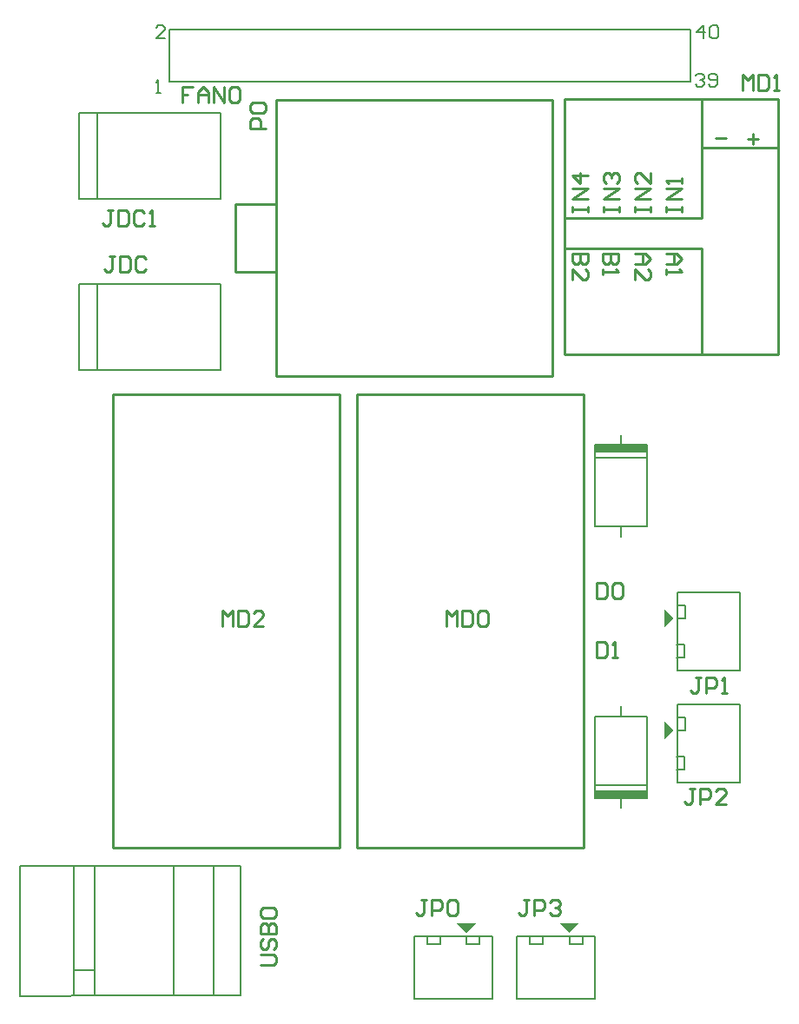
<source format=gto>
G04*
G04 #@! TF.GenerationSoftware,Altium Limited,Altium Designer,19.0.4 (130)*
G04*
G04 Layer_Color=65535*
%FSTAX24Y24*%
%MOIN*%
G70*
G01*
G75*
%ADD10C,0.0100*%
%ADD11C,0.0070*%
%ADD12C,0.0079*%
%ADD13C,0.0080*%
%ADD14R,0.2000X0.0300*%
G36*
X024555Y015295D02*
X023845D01*
X024195Y014945D01*
Y014935D01*
X024555Y015295D01*
D02*
G37*
G36*
X028506D02*
X027796D01*
X028146Y014945D01*
Y014935D01*
X028506Y015295D01*
D02*
G37*
G36*
X031799Y023055D02*
Y022345D01*
X032149Y022695D01*
X032159D01*
X031799Y023055D01*
D02*
G37*
G36*
Y027355D02*
Y026645D01*
X032149Y026995D01*
X032159D01*
X031799Y027355D01*
D02*
G37*
D10*
X027509Y04691D02*
X02751D01*
X027509Y03629D02*
X02751D01*
Y04691D01*
X01747Y03629D02*
X02751D01*
X01749Y04691D02*
X02751D01*
X016889Y03629D02*
X01747D01*
X016889Y04691D02*
X01749D01*
X016889Y03629D02*
Y04691D01*
X01535Y0403D02*
Y0416D01*
Y0429D01*
Y0403D02*
X016889D01*
X01535Y0429D02*
X016889D01*
X019999Y01818D02*
Y035582D01*
X0287D01*
Y01818D02*
Y035582D01*
X019999Y01818D02*
X0287D01*
X010649D02*
X01935D01*
Y035582D01*
X010649D02*
X01935D01*
X010649Y01818D02*
Y035582D01*
X033236Y037114D02*
Y041184D01*
X027986D02*
X033236D01*
X027986Y042364D02*
X033236D01*
Y045064D01*
X036186D01*
X033236D02*
Y046914D01*
X027986D02*
X036186D01*
X027986Y037114D02*
Y046914D01*
X036186Y037114D02*
Y046914D01*
X027986Y037114D02*
X036186D01*
X028856Y040994D02*
X028256D01*
Y040694D01*
X028356Y040594D01*
X028456D01*
X028556Y040694D01*
Y040994D01*
Y040694D01*
X028656Y040594D01*
X028756D01*
X028856Y040694D01*
Y040994D01*
X028256Y039995D02*
Y040395D01*
X028656Y039995D01*
X028756D01*
X028856Y040095D01*
Y040295D01*
X028756Y040395D01*
X030046Y040994D02*
X029446D01*
Y040694D01*
X029546Y040594D01*
X029646D01*
X029746Y040694D01*
Y040994D01*
Y040694D01*
X029846Y040594D01*
X029946D01*
X030046Y040694D01*
Y040994D01*
X029446Y040395D02*
Y040195D01*
Y040295D01*
X030046D01*
X029946Y040395D01*
X030676Y040994D02*
X031076D01*
X031276Y040794D01*
X031076Y040594D01*
X030676D01*
X030976D01*
Y040994D01*
X030676Y039995D02*
Y040395D01*
X031076Y039995D01*
X031176D01*
X031276Y040095D01*
Y040295D01*
X031176Y040395D01*
X031856Y040994D02*
X032256D01*
X032456Y040794D01*
X032256Y040594D01*
X031856D01*
X032156D01*
Y040994D01*
X031856Y040395D02*
Y040195D01*
Y040295D01*
X032456D01*
X032356Y040395D01*
X028276Y042604D02*
Y042804D01*
Y042704D01*
X028876D01*
Y042604D01*
Y042804D01*
Y043104D02*
X028276D01*
X028876Y043504D01*
X028276D01*
X028876Y044004D02*
X028276D01*
X028576Y043704D01*
Y044104D01*
X029456Y042604D02*
Y042804D01*
Y042704D01*
X030056D01*
Y042604D01*
Y042804D01*
Y043104D02*
X029456D01*
X030056Y043504D01*
X029456D01*
X029556Y043704D02*
X029456Y043804D01*
Y044004D01*
X029556Y044104D01*
X029656D01*
X029756Y044004D01*
Y043904D01*
Y044004D01*
X029856Y044104D01*
X029956D01*
X030056Y044004D01*
Y043804D01*
X029956Y043704D01*
X030686Y042604D02*
Y042804D01*
Y042704D01*
X031286D01*
Y042604D01*
Y042804D01*
Y043104D02*
X030686D01*
X031286Y043504D01*
X030686D01*
X031286Y044104D02*
Y043704D01*
X030886Y044104D01*
X030786D01*
X030686Y044004D01*
Y043804D01*
X030786Y043704D01*
X031876Y042604D02*
Y042804D01*
Y042704D01*
X032476D01*
Y042604D01*
Y042804D01*
Y043104D02*
X031876D01*
X032476Y043504D01*
X031876D01*
X032476Y043704D02*
Y043904D01*
Y043804D01*
X031876D01*
X031976Y043704D01*
X033776Y045434D02*
X034176D01*
X034996Y045394D02*
X035396D01*
X035196Y045594D02*
Y045194D01*
X0137Y047411D02*
X0133D01*
Y047111D01*
X0135D01*
X0133D01*
Y046811D01*
X0139D02*
Y047211D01*
X0141Y047411D01*
X0143Y047211D01*
Y046811D01*
Y047111D01*
X0139D01*
X0145Y046811D02*
Y047411D01*
X014899Y046811D01*
Y047411D01*
X015099Y047311D02*
X015199Y047411D01*
X015399D01*
X015499Y047311D01*
Y046911D01*
X015399Y046811D01*
X015199D01*
X015099Y046911D01*
Y047311D01*
X029195Y02611D02*
Y02551D01*
X029495D01*
X029595Y02561D01*
Y02601D01*
X029495Y02611D01*
X029195D01*
X029795Y02551D02*
X029995D01*
X029895D01*
Y02611D01*
X029795Y02601D01*
X0292Y02835D02*
Y02775D01*
X0295D01*
X0296Y02785D01*
Y02825D01*
X0295Y02835D01*
X0292D01*
X0298Y02825D02*
X0299Y02835D01*
X0301D01*
X0302Y02825D01*
Y02785D01*
X0301Y02775D01*
X0299D01*
X0298Y02785D01*
Y02825D01*
X02345Y0267D02*
Y0273D01*
X02365Y0271D01*
X02385Y0273D01*
Y0267D01*
X02405Y0273D02*
Y0267D01*
X02435D01*
X02445Y0268D01*
Y0272D01*
X02435Y0273D01*
X02405D01*
X02465Y0272D02*
X02475Y0273D01*
X02495D01*
X025049Y0272D01*
Y0268D01*
X02495Y0267D01*
X02475D01*
X02465Y0268D01*
Y0272D01*
X0163Y0137D02*
X0168D01*
X0169Y0138D01*
Y014D01*
X0168Y0141D01*
X0163D01*
X0164Y0147D02*
X0163Y0146D01*
Y0144D01*
X0164Y0143D01*
X0165D01*
X0166Y0144D01*
Y0146D01*
X0167Y0147D01*
X0168D01*
X0169Y0146D01*
Y0144D01*
X0168Y0143D01*
X0163Y0149D02*
X0169D01*
Y0152D01*
X0168Y015299D01*
X0167D01*
X0166Y0152D01*
Y0149D01*
Y0152D01*
X0165Y015299D01*
X0164D01*
X0163Y0152D01*
Y0149D01*
X0164Y015499D02*
X0163Y015599D01*
Y015799D01*
X0164Y015899D01*
X0168D01*
X0169Y015799D01*
Y015599D01*
X0168Y015499D01*
X0164D01*
X0165Y045797D02*
X0159D01*
Y046097D01*
X016Y046197D01*
X0162D01*
X0163Y046097D01*
Y045797D01*
X016Y046396D02*
X0159Y046496D01*
Y046696D01*
X016Y046796D01*
X0164D01*
X0165Y046696D01*
Y046496D01*
X0164Y046396D01*
X016D01*
X014822Y0267D02*
Y0273D01*
X015022Y0271D01*
X015222Y0273D01*
Y0267D01*
X015422Y0273D02*
Y0267D01*
X015722D01*
X015822Y0268D01*
Y0272D01*
X015722Y0273D01*
X015422D01*
X016421Y0267D02*
X016022D01*
X016421Y0271D01*
Y0272D01*
X016321Y0273D01*
X016122D01*
X016022Y0272D01*
X02661Y01619D02*
X026411D01*
X02651D01*
Y01569D01*
X026411Y01559D01*
X026311D01*
X026211Y01569D01*
X02681Y01559D02*
Y01619D01*
X02711D01*
X02721Y01609D01*
Y01589D01*
X02711Y01579D01*
X02681D01*
X02741Y01609D02*
X02751Y01619D01*
X02771D01*
X02781Y01609D01*
Y01599D01*
X02771Y01589D01*
X02761D01*
X02771D01*
X02781Y01579D01*
Y01569D01*
X02771Y01559D01*
X02751D01*
X02741Y01569D01*
X01065Y04265D02*
X01045D01*
X01055D01*
Y04215D01*
X01045Y04205D01*
X01035D01*
X01025Y04215D01*
X01085Y04265D02*
Y04205D01*
X01115D01*
X01125Y04215D01*
Y04255D01*
X01115Y04265D01*
X01085D01*
X011849Y04255D02*
X01175Y04265D01*
X01155D01*
X01145Y04255D01*
Y04215D01*
X01155Y04205D01*
X01175D01*
X011849Y04215D01*
X012049Y04205D02*
X012249D01*
X012149D01*
Y04265D01*
X012049Y04255D01*
X034791Y047264D02*
Y047864D01*
X03499Y047664D01*
X03519Y047864D01*
Y047264D01*
X03539Y047864D02*
Y047264D01*
X03569D01*
X03579Y047364D01*
Y047764D01*
X03569Y047864D01*
X03539D01*
X03599Y047264D02*
X03619D01*
X03609D01*
Y047864D01*
X03599Y047764D01*
X032984Y02045D02*
X032784D01*
X032884D01*
Y01995D01*
X032784Y01985D01*
X032684D01*
X032584Y01995D01*
X033184Y01985D02*
Y02045D01*
X033484D01*
X033584Y02035D01*
Y02015D01*
X033484Y02005D01*
X033184D01*
X034184Y01985D02*
X033784D01*
X034184Y02025D01*
Y02035D01*
X034084Y02045D01*
X033884D01*
X033784Y02035D01*
X03319Y02472D02*
X03299D01*
X03309D01*
Y02422D01*
X03299Y02412D01*
X03289D01*
X03279Y02422D01*
X03339Y02412D02*
Y02472D01*
X03369D01*
X03379Y02462D01*
Y02442D01*
X03369Y02432D01*
X03339D01*
X03399Y02412D02*
X034189D01*
X03409D01*
Y02472D01*
X03399Y02462D01*
X02266Y0162D02*
X02246D01*
X02256D01*
Y0157D01*
X02246Y0156D01*
X02236D01*
X02226Y0157D01*
X02286Y0156D02*
Y0162D01*
X02316D01*
X02326Y0161D01*
Y0159D01*
X02316Y0158D01*
X02286D01*
X02346Y0161D02*
X02356Y0162D01*
X02376D01*
X023859Y0161D01*
Y0157D01*
X02376Y0156D01*
X02356D01*
X02346Y0157D01*
Y0161D01*
X0107Y04091D02*
X0105D01*
X0106D01*
Y04041D01*
X0105Y04031D01*
X0104D01*
X0103Y04041D01*
X0109Y04091D02*
Y04031D01*
X0112D01*
X0113Y04041D01*
Y04081D01*
X0112Y04091D01*
X0109D01*
X011899Y04081D02*
X0118Y04091D01*
X0116D01*
X0115Y04081D01*
Y04041D01*
X0116Y04031D01*
X0118D01*
X011899Y04041D01*
D11*
X02916Y033152D02*
X03115D01*
Y030522D02*
Y033662D01*
X02915Y030522D02*
X03115D01*
X02915D02*
Y033662D01*
X03115D01*
X03015Y030142D02*
Y030522D01*
Y033662D02*
Y034042D01*
Y033662D02*
X03061D01*
X02971D02*
X03015D01*
X029125Y02061D02*
X031115D01*
X029125Y0201D02*
Y02324D01*
X031125D01*
Y0201D02*
Y02324D01*
X029125Y0201D02*
X031125D01*
X030125Y02324D02*
Y02362D01*
Y01972D02*
Y0201D01*
X029665D02*
X030125D01*
X030565D01*
X00913Y01351D02*
X00993D01*
X00707Y01751D02*
X01554D01*
Y01252D02*
Y01751D01*
X00707Y0125D02*
Y01751D01*
Y0125D02*
X011Y01252D01*
X01554D01*
X00993D02*
Y01751D01*
X01449Y01253D02*
Y01752D01*
X01297Y01252D02*
Y01751D01*
X00913Y01252D02*
Y01751D01*
X032294Y028D02*
X034694D01*
X032294Y025D02*
Y028D01*
Y025D02*
X034694D01*
Y028D01*
X032304Y02751D02*
X032604D01*
Y02701D02*
Y02751D01*
X032304Y02701D02*
X032604D01*
X032284Y02599D02*
X032584D01*
Y02549D02*
Y02599D01*
X032284Y02549D02*
X032584D01*
X032294Y0237D02*
X034694D01*
X032294Y0207D02*
Y0237D01*
Y0207D02*
X034694D01*
Y0237D01*
X032304Y02321D02*
X032604D01*
Y02271D02*
Y02321D01*
X032304Y02271D02*
X032604D01*
X032284Y02169D02*
X032584D01*
Y02119D02*
Y02169D01*
X032284Y02119D02*
X032584D01*
X010022Y0431D02*
Y0464D01*
X009322Y0431D02*
X014772D01*
X009322Y0464D02*
X014772D01*
Y0431D02*
Y0464D01*
X009322Y0431D02*
Y0464D01*
X026641Y01451D02*
Y01481D01*
Y01451D02*
X027141D01*
Y01481D01*
X028161Y01449D02*
Y01479D01*
Y01449D02*
X028661D01*
Y01479D01*
X026151Y0124D02*
X029151D01*
X026151D02*
Y0148D01*
X029151D01*
Y0124D02*
Y0148D01*
X009322Y036516D02*
Y039816D01*
X014772Y036516D02*
Y039816D01*
X009322D02*
X014772D01*
X009322Y036516D02*
X014772D01*
X010022D02*
Y039816D01*
X02269Y01451D02*
Y01481D01*
Y01451D02*
X02319D01*
Y01481D01*
X02421Y01449D02*
Y01479D01*
Y01449D02*
X02471D01*
Y01479D01*
X0222Y0124D02*
X0252D01*
X0222D02*
Y0148D01*
X0252D01*
Y0124D02*
Y0148D01*
D12*
X032795Y0476D02*
Y0496D01*
X012795Y0476D02*
Y0496D01*
X032795D01*
X012795Y0476D02*
X032795D01*
D13*
X033Y047817D02*
X033083Y0479D01*
X03325D01*
X033333Y047817D01*
Y047733D01*
X03325Y04765D01*
X033167D01*
X03325D01*
X033333Y047567D01*
Y047483D01*
X03325Y0474D01*
X033083D01*
X033Y047483D01*
X0335D02*
X033583Y0474D01*
X03375D01*
X033833Y047483D01*
Y047817D01*
X03375Y0479D01*
X033583D01*
X0335Y047817D01*
Y047733D01*
X033583Y04765D01*
X033833D01*
X0333Y04925D02*
Y04975D01*
X03305Y0495D01*
X033383D01*
X03355Y049667D02*
X033633Y04975D01*
X0338D01*
X033883Y049667D01*
Y049333D01*
X0338Y04925D01*
X033633D01*
X03355Y049333D01*
Y049667D01*
X012629Y04925D02*
X012295D01*
X012629Y049583D01*
Y049667D01*
X012545Y04975D01*
X012379D01*
X012295Y049667D01*
Y04715D02*
X012462D01*
X012379D01*
Y04765D01*
X012295Y047567D01*
D14*
X03015Y033492D02*
D03*
X030125Y02027D02*
D03*
M02*

</source>
